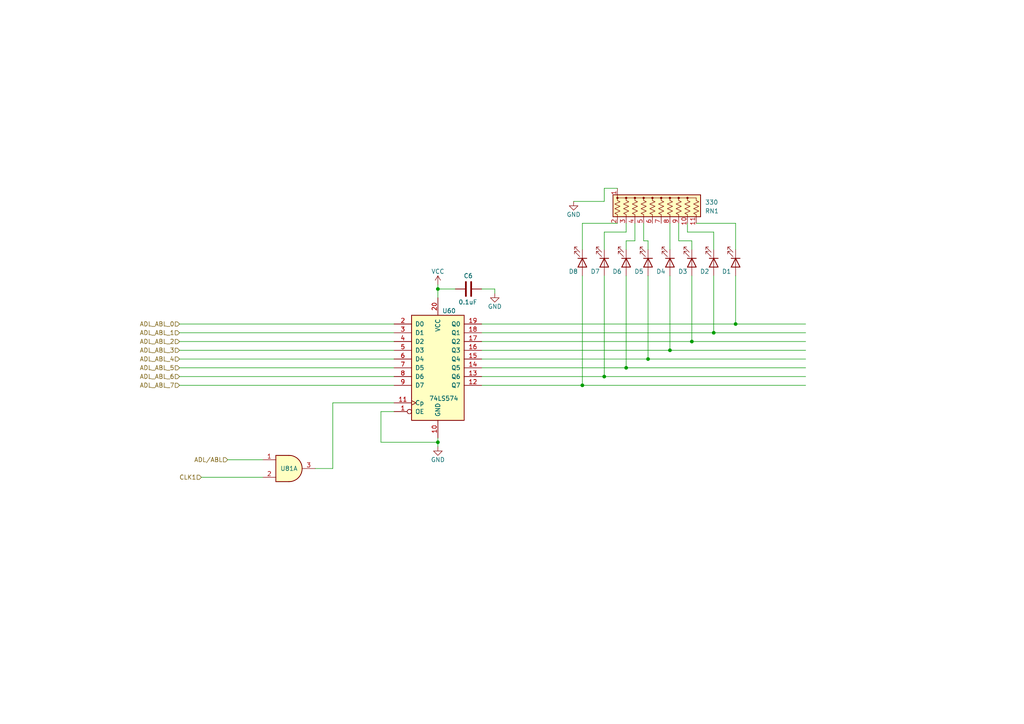
<source format=kicad_sch>
(kicad_sch (version 20230121) (generator eeschema)
  (paper "A4")
  (title_block (title "Address Bus Low Register (ABL)") (date "2023-07-20") (rev "1"))
  (lib_symbols
    (symbol "74xx:74LS08" (pin_names (offset 1.016))
      (property "Reference" "U" (at 0 1.27 0))
      (property "Value" "74LS08" (at 0 -1.27 0))
      (symbol "74LS08_1_1"
        (arc (start 0 -3.81) (mid 3.7934 0) (end 0 3.81) (stroke (width 0.254)) (fill (type background)))
        (polyline (pts (xy 0 3.81) (xy -3.81 3.81) (xy -3.81 -3.81) (xy 0 -3.81)) (stroke (width 0.254)) (fill (type background)))
        (pin input line (at -7.62 2.54 0) (length 3.81) (name "~") (number "1"))
        (pin input line (at -7.62 -2.54 0) (length 3.81) (name "~") (number "2"))
        (pin output line (at 7.62 0 180) (length 3.81) (name "~") (number "3"))
      )
      (symbol "74LS08_1_2"
        (arc (start -3.81 -3.81) (mid -2.589 0) (end -3.81 3.81) (stroke (width 0.254)))
        (arc (start -0.6096 -3.81) (mid 2.1842 -2.5851) (end 3.81 0) (stroke (width 0.254)) (fill (type background)))
        (polyline (pts (xy -3.81 -3.81) (xy -0.635 -3.81)) (stroke (width 0.254)) (fill (type background)))
        (polyline (pts (xy -3.81 3.81) (xy -0.635 3.81)) (stroke (width 0.254)) (fill (type background)))
        (polyline (pts (xy -0.635 3.81) (xy -3.81 3.81) (xy -3.81 3.81) (xy -3.556 3.4036) (xy -3.0226 2.2606) (xy -2.6924 1.0414) (xy -2.6162 -0.254) (xy -2.7686 -1.4986) (xy -3.175 -2.7178) (xy -3.81 -3.81) (xy -3.81 -3.81) (xy -0.635 -3.81)) (stroke (width -25.4)) (fill (type background)))
        (arc (start 3.81 0) (mid 2.1915 2.5936) (end -0.6096 3.81) (stroke (width 0.254)) (fill (type background)))
        (pin input inverted (at -7.62 2.54 0) (length 4.318) (name "~") (number "1"))
        (pin input inverted (at -7.62 -2.54 0) (length 4.318) (name "~") (number "2"))
        (pin output inverted (at 7.62 0 180) (length 3.81) (name "~") (number "3"))
      )
      (symbol "74LS08_2_1"
        (arc (start 0 -3.81) (mid 3.7934 0) (end 0 3.81) (stroke (width 0.254)) (fill (type background)))
        (polyline (pts (xy 0 3.81) (xy -3.81 3.81) (xy -3.81 -3.81) (xy 0 -3.81)) (stroke (width 0.254)) (fill (type background)))
        (pin input line (at -7.62 2.54 0) (length 3.81) (name "~") (number "4"))
        (pin input line (at -7.62 -2.54 0) (length 3.81) (name "~") (number "5"))
        (pin output line (at 7.62 0 180) (length 3.81) (name "~") (number "6"))
      )
      (symbol "74LS08_2_2"
        (arc (start -3.81 -3.81) (mid -2.589 0) (end -3.81 3.81) (stroke (width 0.254)))
        (arc (start -0.6096 -3.81) (mid 2.1842 -2.5851) (end 3.81 0) (stroke (width 0.254)) (fill (type background)))
        (polyline (pts (xy -3.81 -3.81) (xy -0.635 -3.81)) (stroke (width 0.254)) (fill (type background)))
        (polyline (pts (xy -3.81 3.81) (xy -0.635 3.81)) (stroke (width 0.254)) (fill (type background)))
        (polyline (pts (xy -0.635 3.81) (xy -3.81 3.81) (xy -3.81 3.81) (xy -3.556 3.4036) (xy -3.0226 2.2606) (xy -2.6924 1.0414) (xy -2.6162 -0.254) (xy -2.7686 -1.4986) (xy -3.175 -2.7178) (xy -3.81 -3.81) (xy -3.81 -3.81) (xy -0.635 -3.81)) (stroke (width -25.4)) (fill (type background)))
        (arc (start 3.81 0) (mid 2.1915 2.5936) (end -0.6096 3.81) (stroke (width 0.254)) (fill (type background)))
        (pin input inverted (at -7.62 2.54 0) (length 4.318) (name "~") (number "4"))
        (pin input inverted (at -7.62 -2.54 0) (length 4.318) (name "~") (number "5"))
        (pin output inverted (at 7.62 0 180) (length 3.81) (name "~") (number "6"))
      )
      (symbol "74LS08_3_1"
        (arc (start 0 -3.81) (mid 3.7934 0) (end 0 3.81) (stroke (width 0.254)) (fill (type background)))
        (polyline (pts (xy 0 3.81) (xy -3.81 3.81) (xy -3.81 -3.81) (xy 0 -3.81)) (stroke (width 0.254)) (fill (type background)))
        (pin input line (at -7.62 -2.54 0) (length 3.81) (name "~") (number "10"))
        (pin output line (at 7.62 0 180) (length 3.81) (name "~") (number "8"))
        (pin input line (at -7.62 2.54 0) (length 3.81) (name "~") (number "9"))
      )
      (symbol "74LS08_3_2"
        (arc (start -3.81 -3.81) (mid -2.589 0) (end -3.81 3.81) (stroke (width 0.254)))
        (arc (start -0.6096 -3.81) (mid 2.1842 -2.5851) (end 3.81 0) (stroke (width 0.254)) (fill (type background)))
        (polyline (pts (xy -3.81 -3.81) (xy -0.635 -3.81)) (stroke (width 0.254)) (fill (type background)))
        (polyline (pts (xy -3.81 3.81) (xy -0.635 3.81)) (stroke (width 0.254)) (fill (type background)))
        (polyline (pts (xy -0.635 3.81) (xy -3.81 3.81) (xy -3.81 3.81) (xy -3.556 3.4036) (xy -3.0226 2.2606) (xy -2.6924 1.0414) (xy -2.6162 -0.254) (xy -2.7686 -1.4986) (xy -3.175 -2.7178) (xy -3.81 -3.81) (xy -3.81 -3.81) (xy -0.635 -3.81)) (stroke (width -25.4)) (fill (type background)))
        (arc (start 3.81 0) (mid 2.1915 2.5936) (end -0.6096 3.81) (stroke (width 0.254)) (fill (type background)))
        (pin input inverted (at -7.62 -2.54 0) (length 4.318) (name "~") (number "10"))
        (pin output inverted (at 7.62 0 180) (length 3.81) (name "~") (number "8"))
        (pin input inverted (at -7.62 2.54 0) (length 4.318) (name "~") (number "9"))
      )
      (symbol "74LS08_4_1"
        (arc (start 0 -3.81) (mid 3.7934 0) (end 0 3.81) (stroke (width 0.254)) (fill (type background)))
        (polyline (pts (xy 0 3.81) (xy -3.81 3.81) (xy -3.81 -3.81) (xy 0 -3.81)) (stroke (width 0.254)) (fill (type background)))
        (pin output line (at 7.62 0 180) (length 3.81) (name "~") (number "11"))
        (pin input line (at -7.62 2.54 0) (length 3.81) (name "~") (number "12"))
        (pin input line (at -7.62 -2.54 0) (length 3.81) (name "~") (number "13"))
      )
      (symbol "74LS08_4_2"
        (arc (start -3.81 -3.81) (mid -2.589 0) (end -3.81 3.81) (stroke (width 0.254)))
        (arc (start -0.6096 -3.81) (mid 2.1842 -2.5851) (end 3.81 0) (stroke (width 0.254)) (fill (type background)))
        (polyline (pts (xy -3.81 -3.81) (xy -0.635 -3.81)) (stroke (width 0.254)) (fill (type background)))
        (polyline (pts (xy -3.81 3.81) (xy -0.635 3.81)) (stroke (width 0.254)) (fill (type background)))
        (polyline (pts (xy -0.635 3.81) (xy -3.81 3.81) (xy -3.81 3.81) (xy -3.556 3.4036) (xy -3.0226 2.2606) (xy -2.6924 1.0414) (xy -2.6162 -0.254) (xy -2.7686 -1.4986) (xy -3.175 -2.7178) (xy -3.81 -3.81) (xy -3.81 -3.81) (xy -0.635 -3.81)) (stroke (width -25.4)) (fill (type background)))
        (arc (start 3.81 0) (mid 2.1915 2.5936) (end -0.6096 3.81) (stroke (width 0.254)) (fill (type background)))
        (pin output inverted (at 7.62 0 180) (length 3.81) (name "~") (number "11"))
        (pin input inverted (at -7.62 2.54 0) (length 4.318) (name "~") (number "12"))
        (pin input inverted (at -7.62 -2.54 0) (length 4.318) (name "~") (number "13"))
      )
      (symbol "74LS08_5_0"
        (pin power_in line (at 0 12.7 270) (length 5.08) (name "VCC") (number "14"))
        (pin power_in line (at 0 -12.7 90) (length 5.08) (name "GND") (number "7"))
      )
      (symbol "74LS08_5_1"
        (rectangle (start -5.08 7.62) (end 5.08 -7.62) (stroke (width 0.254)) (fill (type background)))
      )
    )
    (symbol "74xx:74LS574" (pin_names (offset 1.016))
      (property "Reference" "U" (at -7.62 16.51 0))
      (property "Value" "74LS574" (at -7.62 -16.51 0))
      (symbol "74LS574_1_0"
        (pin input inverted (at -12.7 -12.7 0) (length 5.08) (name "OE") (number "1"))
        (pin power_in line (at 0 -20.32 90) (length 5.08) (name "GND") (number "10"))
        (pin input clock (at -12.7 -10.16 0) (length 5.08) (name "Cp") (number "11"))
        (pin tri_state line (at 12.7 -5.08 180) (length 5.08) (name "Q7") (number "12"))
        (pin tri_state line (at 12.7 -2.54 180) (length 5.08) (name "Q6") (number "13"))
        (pin tri_state line (at 12.7 0 180) (length 5.08) (name "Q5") (number "14"))
        (pin tri_state line (at 12.7 2.54 180) (length 5.08) (name "Q4") (number "15"))
        (pin tri_state line (at 12.7 5.08 180) (length 5.08) (name "Q3") (number "16"))
        (pin tri_state line (at 12.7 7.62 180) (length 5.08) (name "Q2") (number "17"))
        (pin tri_state line (at 12.7 10.16 180) (length 5.08) (name "Q1") (number "18"))
        (pin tri_state line (at 12.7 12.7 180) (length 5.08) (name "Q0") (number "19"))
        (pin input line (at -12.7 12.7 0) (length 5.08) (name "D0") (number "2"))
        (pin power_in line (at 0 20.32 270) (length 5.08) (name "VCC") (number "20"))
        (pin input line (at -12.7 10.16 0) (length 5.08) (name "D1") (number "3"))
        (pin input line (at -12.7 7.62 0) (length 5.08) (name "D2") (number "4"))
        (pin input line (at -12.7 5.08 0) (length 5.08) (name "D3") (number "5"))
        (pin input line (at -12.7 2.54 0) (length 5.08) (name "D4") (number "6"))
        (pin input line (at -12.7 0 0) (length 5.08) (name "D5") (number "7"))
        (pin input line (at -12.7 -2.54 0) (length 5.08) (name "D6") (number "8"))
        (pin input line (at -12.7 -5.08 0) (length 5.08) (name "D7") (number "9"))
      )
      (symbol "74LS574_1_1"
        (rectangle (start -7.62 15.24) (end 7.62 -15.24) (stroke (width 0.254)) (fill (type background)))
      )
    )
    (symbol "Device:C" (pin_numbers hide) (pin_names (offset 0.254))
      (property "Reference" "C" (at 0.635 2.54 0))
      (property "Value" "C" (at 0.635 -2.54 0))
      (symbol "C_0_1"
        (polyline (pts (xy -2.032 -0.762) (xy 2.032 -0.762)) (stroke (width 0.508)))
        (polyline (pts (xy -2.032 0.762) (xy 2.032 0.762)) (stroke (width 0.508)))
      )
      (symbol "C_1_1"
        (pin passive line (at 0 3.81 270) (length 2.794) (name "~") (number "1"))
        (pin passive line (at 0 -3.81 90) (length 2.794) (name "~") (number "2"))
      )
    )
    (symbol "Device:LED" (pin_numbers hide) (pin_names (offset 1.016) hide)
      (property "Reference" "D" (at 0 2.54 0))
      (property "Value" "LED" (at 0 -2.54 0))
      (symbol "LED_0_1"
        (polyline (pts (xy -1.27 -1.27) (xy -1.27 1.27)) (stroke (width 0.254)))
        (polyline (pts (xy -1.27 0) (xy 1.27 0)))
        (polyline (pts (xy 1.27 -1.27) (xy 1.27 1.27) (xy -1.27 0) (xy 1.27 -1.27)) (stroke (width 0.254)))
        (polyline (pts (xy -3.048 -0.762) (xy -4.572 -2.286) (xy -3.81 -2.286) (xy -4.572 -2.286) (xy -4.572 -1.524)))
        (polyline (pts (xy -1.778 -0.762) (xy -3.302 -2.286) (xy -2.54 -2.286) (xy -3.302 -2.286) (xy -3.302 -1.524)))
      )
      (symbol "LED_1_1"
        (pin passive line (at -3.81 0 0) (length 2.54) (name "K") (number "1"))
        (pin passive line (at 3.81 0 180) (length 2.54) (name "A") (number "2"))
      )
    )
    (symbol "Device:R_Network10_US" (pin_names (offset 0) hide)
      (property "Reference" "RN" (at -15.24 0 90))
      (property "Value" "R_Network10_US" (at 12.7 0 90))
      (symbol "R_Network10_US_0_1"
        (rectangle (start -13.97 -3.175) (end 11.43 3.175) (stroke (width 0.254)) (fill (type background)))
        (circle (center -12.7 2.286) (radius 0.254) (fill (type outline)))
        (circle (center -10.16 2.286) (radius 0.254) (fill (type outline)))
        (circle (center -7.62 2.286) (radius 0.254) (fill (type outline)))
        (circle (center -5.08 2.286) (radius 0.254) (fill (type outline)))
        (circle (center -2.54 2.286) (radius 0.254) (fill (type outline)))
        (polyline (pts (xy -12.7 2.286) (xy 10.16 2.286)))
        (polyline (pts (xy -12.7 2.286) (xy -12.7 1.524) (xy -11.938 1.1684) (xy -13.462 0.508) (xy -11.938 -0.1524) (xy -13.462 -0.8382) (xy -11.938 -1.524) (xy -13.462 -2.1844) (xy -12.7 -2.54) (xy -12.7 -3.81)))
        (polyline (pts (xy -10.16 2.286) (xy -10.16 1.524) (xy -9.398 1.1684) (xy -10.922 0.508) (xy -9.398 -0.1524) (xy -10.922 -0.8382) (xy -9.398 -1.524) (xy -10.922 -2.1844) (xy -10.16 -2.54) (xy -10.16 -3.81)))
        (polyline (pts (xy -7.62 2.286) (xy -7.62 1.524) (xy -6.858 1.1684) (xy -8.382 0.508) (xy -6.858 -0.1524) (xy -8.382 -0.8382) (xy -6.858 -1.524) (xy -8.382 -2.1844) (xy -7.62 -2.54) (xy -7.62 -3.81)))
        (polyline (pts (xy -5.08 2.286) (xy -5.08 1.524) (xy -4.318 1.1684) (xy -5.842 0.508) (xy -4.318 -0.1524) (xy -5.842 -0.8382) (xy -4.318 -1.524) (xy -5.842 -2.1844) (xy -5.08 -2.54) (xy -5.08 -3.81)))
        (polyline (pts (xy -2.54 2.286) (xy -2.54 1.524) (xy -1.778 1.1684) (xy -3.302 0.508) (xy -1.778 -0.1524) (xy -3.302 -0.8382) (xy -1.778 -1.524) (xy -3.302 -2.1844) (xy -2.54 -2.54) (xy -2.54 -3.81)))
        (polyline (pts (xy 0 2.286) (xy 0 1.524) (xy 0.762 1.1684) (xy -0.762 0.508) (xy 0.762 -0.1524) (xy -0.762 -0.8382) (xy 0.762 -1.524) (xy -0.762 -2.1844) (xy 0 -2.54) (xy 0 -3.81)))
        (polyline (pts (xy 2.54 2.286) (xy 2.54 1.524) (xy 3.302 1.1684) (xy 1.778 0.508) (xy 3.302 -0.1524) (xy 1.778 -0.8382) (xy 3.302 -1.524) (xy 1.778 -2.1844) (xy 2.54 -2.54) (xy 2.54 -3.81)))
        (polyline (pts (xy 5.08 2.286) (xy 5.08 1.524) (xy 5.842 1.1684) (xy 4.318 0.508) (xy 5.842 -0.1524) (xy 4.318 -0.8382) (xy 5.842 -1.524) (xy 4.318 -2.1844) (xy 5.08 -2.54) (xy 5.08 -3.81)))
        (polyline (pts (xy 7.62 2.286) (xy 7.62 1.524) (xy 8.382 1.1684) (xy 6.858 0.508) (xy 8.382 -0.1524) (xy 6.858 -0.8382) (xy 8.382 -1.524) (xy 6.858 -2.1844) (xy 7.62 -2.54) (xy 7.62 -3.81)))
        (polyline (pts (xy 10.16 2.286) (xy 10.16 1.524) (xy 10.922 1.1684) (xy 9.398 0.508) (xy 10.922 -0.1524) (xy 9.398 -0.8382) (xy 10.922 -1.524) (xy 9.398 -2.1844) (xy 10.16 -2.54) (xy 10.16 -3.81)))
        (circle (center 0 2.286) (radius 0.254) (fill (type outline)))
        (circle (center 2.54 2.286) (radius 0.254) (fill (type outline)))
        (circle (center 5.08 2.286) (radius 0.254) (fill (type outline)))
        (circle (center 7.62 2.286) (radius 0.254) (fill (type outline)))
      )
      (symbol "R_Network10_US_1_1"
        (pin passive line (at -12.7 5.08 270) (length 2.54) (name "common") (number "1"))
        (pin passive line (at 7.62 -5.08 90) (length 1.27) (name "R9") (number "10"))
        (pin passive line (at 10.16 -5.08 90) (length 1.27) (name "R10") (number "11"))
        (pin passive line (at -12.7 -5.08 90) (length 1.27) (name "R1") (number "2"))
        (pin passive line (at -10.16 -5.08 90) (length 1.27) (name "R2") (number "3"))
        (pin passive line (at -7.62 -5.08 90) (length 1.27) (name "R3") (number "4"))
        (pin passive line (at -5.08 -5.08 90) (length 1.27) (name "R4") (number "5"))
        (pin passive line (at -2.54 -5.08 90) (length 1.27) (name "R5") (number "6"))
        (pin passive line (at 0 -5.08 90) (length 1.27) (name "R6") (number "7"))
        (pin passive line (at 2.54 -5.08 90) (length 1.27) (name "R7") (number "8"))
        (pin passive line (at 5.08 -5.08 90) (length 1.27) (name "R8") (number "9"))
      )
    )
    (symbol "power:GND" (power) (pin_names (offset 0))
      (property "Value" "GND" (at 0 -3.81 0))
      (symbol "GND_0_1"
        (polyline (pts (xy 0 0) (xy 0 -1.27) (xy 1.27 -1.27) (xy 0 -2.54) (xy -1.27 -1.27) (xy 0 -1.27)))
      )
      (symbol "GND_1_1"
        (pin power_in line (at 0 0 270) (length 0) hide (name "GND") (number "1"))
      )
    )
    (symbol "power:VCC" (power) (pin_names (offset 0))
      (property "Value" "VCC" (at 0 3.81 0))
      (symbol "VCC_0_1"
        (polyline (pts (xy -0.762 1.27) (xy 0 2.54)))
        (polyline (pts (xy 0 0) (xy 0 2.54)))
        (polyline (pts (xy 0 2.54) (xy 0.762 1.27)))
      )
      (symbol "VCC_1_1"
        (pin power_in line (at 0 0 90) (length 0) hide (name "VCC") (number "1"))
      )
    )
  )
  (junction (at 200.66 99.06))
  (junction (at 127 83.82))
  (junction (at 187.96 104.14))
  (junction (at 127 128.27))
  (junction (at 194.31 101.6))
  (junction (at 181.61 106.68))
  (junction (at 175.26 109.22))
  (junction (at 213.36 93.98))
  (junction (at 168.91 111.76))
  (junction (at 207.01 96.52))
  (wire (pts (xy 196.85 64.77) (xy 196.85 69.85)))
  (wire (pts (xy 96.52 116.84) (xy 96.52 135.89)))
  (wire (pts (xy 66.04 133.35) (xy 76.2 133.35)))
  (wire (pts (xy 181.61 69.85) (xy 181.61 72.39)))
  (wire (pts (xy 213.36 93.98) (xy 233.68 93.98)))
  (wire (pts (xy 187.96 80.01) (xy 187.96 104.14)))
  (wire (pts (xy 168.91 64.77) (xy 168.91 72.39)))
  (wire (pts (xy 139.7 111.76) (xy 168.91 111.76)))
  (wire (pts (xy 184.15 64.77) (xy 184.15 69.85)))
  (wire (pts (xy 175.26 80.01) (xy 175.26 109.22)))
  (wire (pts (xy 181.61 67.31) (xy 175.26 67.31)))
  (wire (pts (xy 52.07 93.98) (xy 114.3 93.98)))
  (wire (pts (xy 175.26 58.42) (xy 175.26 54.61)))
  (wire (pts (xy 96.52 116.84) (xy 114.3 116.84)))
  (wire (pts (xy 52.07 96.52) (xy 114.3 96.52)))
  (wire (pts (xy 91.44 135.89) (xy 96.52 135.89)))
  (wire (pts (xy 143.51 83.82) (xy 143.51 85.09)))
  (wire (pts (xy 139.7 93.98) (xy 213.36 93.98)))
  (wire (pts (xy 139.7 101.6) (xy 194.31 101.6)))
  (wire (pts (xy 187.96 72.39) (xy 187.96 69.85)))
  (wire (pts (xy 127 129.54) (xy 127 128.27)))
  (wire (pts (xy 200.66 99.06) (xy 233.68 99.06)))
  (wire (pts (xy 207.01 96.52) (xy 233.68 96.52)))
  (wire (pts (xy 166.37 58.42) (xy 175.26 58.42)))
  (wire (pts (xy 184.15 69.85) (xy 181.61 69.85)))
  (wire (pts (xy 200.66 69.85) (xy 200.66 72.39)))
  (wire (pts (xy 52.07 101.6) (xy 114.3 101.6)))
  (wire (pts (xy 52.07 109.22) (xy 114.3 109.22)))
  (wire (pts (xy 168.91 111.76) (xy 233.68 111.76)))
  (wire (pts (xy 52.07 111.76) (xy 114.3 111.76)))
  (wire (pts (xy 194.31 80.01) (xy 194.31 101.6)))
  (wire (pts (xy 127 82.55) (xy 127 83.82)))
  (wire (pts (xy 114.3 119.38) (xy 110.49 119.38)))
  (wire (pts (xy 201.93 64.77) (xy 213.36 64.77)))
  (wire (pts (xy 139.7 104.14) (xy 187.96 104.14)))
  (wire (pts (xy 127 83.82) (xy 132.08 83.82)))
  (wire (pts (xy 110.49 119.38) (xy 110.49 128.27)))
  (wire (pts (xy 194.31 64.77) (xy 194.31 72.39)))
  (wire (pts (xy 187.96 69.85) (xy 186.69 69.85)))
  (wire (pts (xy 181.61 67.31) (xy 181.61 64.77)))
  (wire (pts (xy 175.26 67.31) (xy 175.26 72.39)))
  (wire (pts (xy 52.07 99.06) (xy 114.3 99.06)))
  (wire (pts (xy 139.7 83.82) (xy 143.51 83.82)))
  (wire (pts (xy 127 128.27) (xy 127 127)))
  (wire (pts (xy 139.7 106.68) (xy 181.61 106.68)))
  (wire (pts (xy 199.39 67.31) (xy 207.01 67.31)))
  (wire (pts (xy 58.42 138.43) (xy 76.2 138.43)))
  (wire (pts (xy 213.36 80.01) (xy 213.36 93.98)))
  (wire (pts (xy 110.49 128.27) (xy 127 128.27)))
  (wire (pts (xy 179.07 64.77) (xy 168.91 64.77)))
  (wire (pts (xy 168.91 80.01) (xy 168.91 111.76)))
  (wire (pts (xy 181.61 106.68) (xy 233.68 106.68)))
  (wire (pts (xy 200.66 80.01) (xy 200.66 99.06)))
  (wire (pts (xy 186.69 69.85) (xy 186.69 64.77)))
  (wire (pts (xy 139.7 96.52) (xy 207.01 96.52)))
  (wire (pts (xy 213.36 64.77) (xy 213.36 72.39)))
  (wire (pts (xy 194.31 101.6) (xy 233.68 101.6)))
  (wire (pts (xy 52.07 104.14) (xy 114.3 104.14)))
  (wire (pts (xy 181.61 80.01) (xy 181.61 106.68)))
  (wire (pts (xy 139.7 109.22) (xy 175.26 109.22)))
  (wire (pts (xy 196.85 69.85) (xy 200.66 69.85)))
  (wire (pts (xy 199.39 67.31) (xy 199.39 64.77)))
  (wire (pts (xy 175.26 109.22) (xy 233.68 109.22)))
  (wire (pts (xy 175.26 54.61) (xy 179.07 54.61)))
  (wire (pts (xy 207.01 80.01) (xy 207.01 96.52)))
  (wire (pts (xy 207.01 67.31) (xy 207.01 72.39)))
  (wire (pts (xy 187.96 104.14) (xy 233.68 104.14)))
  (wire (pts (xy 139.7 99.06) (xy 200.66 99.06)))
  (wire (pts (xy 52.07 106.68) (xy 114.3 106.68)))
  (wire (pts (xy 127 83.82) (xy 127 86.36)))
  (hierarchical_label "ADL_ABL_5" (shape input) (at 52.07 106.68 180))
  (hierarchical_label "ADL{slash}ABL" (shape input) (at 66.04 133.35 180))
  (hierarchical_label "CLK1" (shape input) (at 58.42 138.43 180))
  (hierarchical_label "ADL_ABL_3" (shape input) (at 52.07 101.6 180))
  (hierarchical_label "ADL_ABL_0" (shape input) (at 52.07 93.98 180))
  (hierarchical_label "ADL_ABL_1" (shape input) (at 52.07 96.52 180))
  (hierarchical_label "ADL_ABL_2" (shape input) (at 52.07 99.06 180))
  (hierarchical_label "ADL_ABL_6" (shape input) (at 52.07 109.22 180))
  (hierarchical_label "ADL_ABL_4" (shape input) (at 52.07 104.14 180))
  (hierarchical_label "ADL_ABL_7" (shape input) (at 52.07 111.76 180))
  (symbol (lib_id "Device:LED") (at 168.91 76.2 270) (unit 1)
    (property "Reference" "D8" (at 167.64 78.74 90) (effects (justify right)))
    (property "Value" "LED" (effects hide))
    (instances (project "8bit_CPU-V0_1" (path "" (reference "D8") (unit 1)) (path "" (reference "D24") (unit 1)) (path "" (reference "D44") (unit 1)) (path "" (reference "D52") (unit 1))))
  )
  (symbol (lib_id "Device:LED") (at 175.26 76.2 270) (unit 1)
    (property "Reference" "D7" (at 173.99 78.74 90) (effects (justify right)))
    (property "Value" "LED" (effects hide))
    (instances (project "8bit_CPU-V0_1" (path "" (reference "D7") (unit 1)) (path "" (reference "D23") (unit 1)) (path "" (reference "D45") (unit 1)) (path "" (reference "D53") (unit 1))))
  )
  (symbol (lib_id "Device:LED") (at 181.61 76.2 270) (unit 1)
    (property "Reference" "D6" (at 180.34 78.74 90) (effects (justify right)))
    (property "Value" "LED" (effects hide))
    (instances (project "8bit_CPU-V0_1" (path "" (reference "D6") (unit 1)) (path "" (reference "D22") (unit 1)) (path "" (reference "D46") (unit 1)) (path "" (reference "D54") (unit 1))))
  )
  (symbol (lib_id "power:GND") (at 143.51 85.09 0) (unit 1)
    (property "Reference" "#PWR017" (effects hide))
    (property "Value" "GND" (at 143.51 88.9 0))
    (instances (project "8bit_CPU-V0_1" (path "" (reference "#PWR017") (unit 1)) (path "" (reference "#PWR038") (unit 1)) (path "" (reference "#PWR0160") (unit 1)) (path "" (reference "#PWR0193") (unit 1)) (path "" (reference "#PWR0209") (unit 1)) (path "" (reference "#PWR0236") (unit 1))))
  )
  (symbol (lib_id "74xx:74LS08") (at 83.82 135.89 0) (unit 1)
    (property "Reference" "U81" (at 83.82 135.89 0))
    (property "Value" "74LS08" (effects hide))
    (property "Datasheet" "http://www.ti.com/lit/gpn/sn74LS08" (effects hide))
  )
  (symbol (lib_id "Device:LED") (at 207.01 76.2 270) (unit 1)
    (property "Reference" "D2" (at 205.74 78.74 90) (effects (justify right)))
    (property "Value" "LED" (effects hide))
    (instances (project "8bit_CPU-V0_1" (path "" (reference "D2") (unit 1)) (path "" (reference "D18") (unit 1)) (path "" (reference "D50") (unit 1)) (path "" (reference "D58") (unit 1))))
  )
  (symbol (lib_id "Device:LED") (at 213.36 76.2 270) (unit 1)
    (property "Reference" "D1" (at 212.09 78.74 90) (effects (justify right)))
    (property "Value" "LED" (effects hide))
    (instances (project "8bit_CPU-V0_1" (path "" (reference "D1") (unit 1)) (path "" (reference "D17") (unit 1)) (path "" (reference "D51") (unit 1)) (path "" (reference "D59") (unit 1))))
  )
  (symbol (lib_id "power:GND") (at 127 129.54 0) (unit 1)
    (property "Reference" "#PWR05" (effects hide))
    (property "Value" "GND" (at 127 133.35 0))
    (instances (project "8bit_CPU-V0_1" (path "" (reference "#PWR05") (unit 1)) (path "" (reference "#PWR029") (unit 1)) (path "" (reference "#PWR057") (unit 1)) (path "" (reference "#PWR0203") (unit 1)) (path "" (reference "#PWR0205") (unit 1)) (path "" (reference "#PWR0235") (unit 1))))
  )
  (symbol (lib_id "Device:LED") (at 187.96 76.2 270) (unit 1)
    (property "Reference" "D5" (at 186.69 78.74 90) (effects (justify right)))
    (property "Value" "LED" (effects hide))
    (instances (project "8bit_CPU-V0_1" (path "" (reference "D5") (unit 1)) (path "" (reference "D21") (unit 1)) (path "" (reference "D47") (unit 1)) (path "" (reference "D55") (unit 1))))
  )
  (symbol (lib_id "Device:R_Network10_US") (at 191.77 59.69 0) (unit 1)
    (property "Reference" "RN1" (at 204.47 61.214 0) (effects (justify left)))
    (property "Value" "330" (at 204.47 58.674 0) (effects (justify left)))
    (property "Footprint" "Resistor_THT:R_Array_SIP11" (effects hide))
    (property "Datasheet" "http://www.vishay.com/docs/31509/csc.pdf" (effects hide))
    (instances (project "8bit_CPU-V0_1" (path "" (reference "RN1") (unit 1)) (path "" (reference "RN4") (unit 1)) (path "" (reference "RN7") (unit 1)) (path "" (reference "RN8") (unit 1))))
  )
  (symbol (lib_id "Device:C") (at 135.89 83.82 90) (unit 1)
    (property "Reference" "C6" (at 137.16 80.01 90) (effects (justify left)))
    (property "Value" "0.1uF" (at 138.43 87.63 90) (effects (justify left)))
    (instances (project "8bit_CPU-V0_1" (path "" (reference "C6") (unit 1)) (path "" (reference "C12") (unit 1)) (path "" (reference "C56") (unit 1)) (path "" (reference "C46") (unit 1)) (path "" (reference "C62") (unit 1)) (path "" (reference "C79") (unit 1))))
  )
  (symbol (lib_id "power:VCC") (at 127 82.55 0) (unit 1)
    (property "Reference" "#PWR016" (effects hide))
    (property "Value" "VCC" (at 127 78.74 0))
    (instances (project "8bit_CPU-V0_1" (path "" (reference "#PWR016") (unit 1)) (path "" (reference "#PWR035") (unit 1)) (path "" (reference "#PWR0158") (unit 1)) (path "" (reference "#PWR0194") (unit 1)) (path "" (reference "#PWR0208") (unit 1)) (path "" (reference "#PWR0234") (unit 1))))
  )
  (symbol (lib_id "power:GND") (at 166.37 58.42 0) (unit 1)
    (property "Reference" "#PWR03" (effects hide))
    (property "Value" "GND" (at 166.37 62.23 0))
    (instances (project "8bit_CPU-V0_1" (path "" (reference "#PWR03") (unit 1)) (path "" (reference "#PWR0106") (unit 1)) (path "" (reference "#PWR0233") (unit 1)) (path "" (reference "#PWR0237") (unit 1))))
  )
  (symbol (lib_id "Device:LED") (at 200.66 76.2 270) (unit 1)
    (property "Reference" "D3" (at 199.39 78.74 90) (effects (justify right)))
    (property "Value" "LED" (effects hide))
    (instances (project "8bit_CPU-V0_1" (path "" (reference "D3") (unit 1)) (path "" (reference "D19") (unit 1)) (path "" (reference "D49") (unit 1)) (path "" (reference "D57") (unit 1))))
  )
  (symbol (lib_id "74xx:74LS574") (at 127 106.68 0) (unit 1)
    (property "Reference" "U60" (at 128.27 90.17 0) (effects (justify left)))
    (property "Value" "74LS574" (at 124.46 115.57 0) (effects (justify left)))
    (property "Datasheet" "http://www.ti.com/lit/gpn/sn74LS574" (effects hide))
    (instances (project "8bit_CPU-V0_1" (path "" (reference "U60") (unit 1)) (path "" (reference "U62") (unit 1)) (path "" (reference "U79") (unit 1))))
  )
  (symbol (lib_id "Device:LED") (at 194.31 76.2 270) (unit 1)
    (property "Reference" "D4" (at 193.04 78.74 90) (effects (justify right)))
    (property "Value" "LED" (effects hide))
    (instances (project "8bit_CPU-V0_1" (path "" (reference "D4") (unit 1)) (path "" (reference "D20") (unit 1)) (path "" (reference "D48") (unit 1)) (path "" (reference "D56") (unit 1))))
  )
)
</source>
